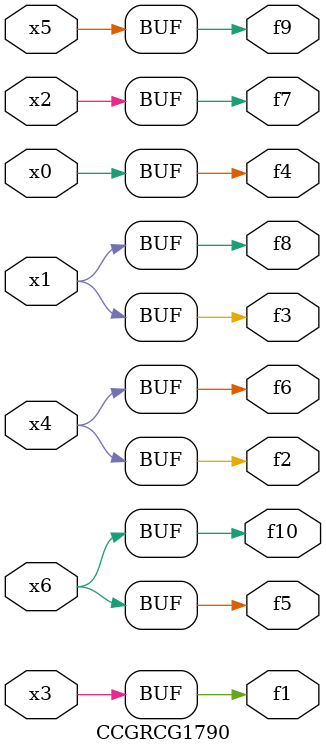
<source format=v>
module CCGRCG1790(
	input x0, x1, x2, x3, x4, x5, x6,
	output f1, f2, f3, f4, f5, f6, f7, f8, f9, f10
);
	assign f1 = x3;
	assign f2 = x4;
	assign f3 = x1;
	assign f4 = x0;
	assign f5 = x6;
	assign f6 = x4;
	assign f7 = x2;
	assign f8 = x1;
	assign f9 = x5;
	assign f10 = x6;
endmodule

</source>
